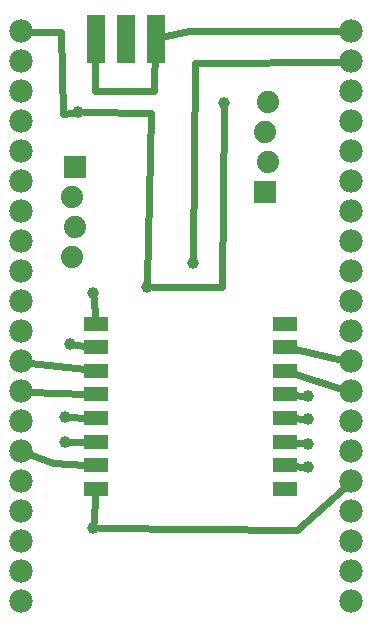
<source format=gtl>
G04 MADE WITH FRITZING*
G04 WWW.FRITZING.ORG*
G04 DOUBLE SIDED*
G04 HOLES PLATED*
G04 CONTOUR ON CENTER OF CONTOUR VECTOR*
%ASAXBY*%
%FSLAX23Y23*%
%MOIN*%
%OFA0B0*%
%SFA1.0B1.0*%
%ADD10C,0.039370*%
%ADD11C,0.078000*%
%ADD12C,0.074000*%
%ADD13R,0.060000X0.160000*%
%ADD14R,0.078740X0.051181*%
%ADD15C,0.024000*%
%ADD16R,0.001000X0.001000*%
%LNCOPPER1*%
G90*
G70*
G54D10*
X1030Y742D03*
X1030Y666D03*
X1030Y583D03*
X647Y1187D03*
X521Y1935D03*
X321Y1932D03*
X418Y1931D03*
G54D11*
X1172Y1958D03*
X1172Y1858D03*
X1172Y1758D03*
X1172Y1658D03*
X1172Y1558D03*
X1172Y1458D03*
X1172Y1358D03*
X1172Y1258D03*
X1172Y1158D03*
X1172Y1058D03*
X1172Y958D03*
X1172Y858D03*
X1172Y758D03*
X1172Y658D03*
X1172Y558D03*
X1172Y458D03*
X1172Y358D03*
X1172Y258D03*
X1172Y158D03*
X1172Y58D03*
X1172Y1958D03*
X1172Y1858D03*
X1172Y1758D03*
X1172Y1658D03*
X1172Y1558D03*
X1172Y1458D03*
X1172Y1358D03*
X1172Y1258D03*
X1172Y1158D03*
X1172Y1058D03*
X1172Y958D03*
X1172Y858D03*
X1172Y758D03*
X1172Y658D03*
X1172Y558D03*
X1172Y458D03*
X1172Y358D03*
X1172Y258D03*
X1172Y158D03*
X1172Y58D03*
X72Y1958D03*
X72Y1858D03*
X72Y1758D03*
X72Y1658D03*
X72Y1558D03*
X72Y1458D03*
X72Y1358D03*
X72Y1258D03*
X72Y1158D03*
X72Y1058D03*
X72Y958D03*
X72Y858D03*
X72Y758D03*
X72Y658D03*
X72Y558D03*
X72Y458D03*
X72Y358D03*
X72Y258D03*
X72Y158D03*
X72Y58D03*
X72Y1958D03*
X72Y1858D03*
X72Y1758D03*
X72Y1658D03*
X72Y1558D03*
X72Y1458D03*
X72Y1358D03*
X72Y1258D03*
X72Y1158D03*
X72Y1058D03*
X72Y958D03*
X72Y858D03*
X72Y758D03*
X72Y658D03*
X72Y558D03*
X72Y458D03*
X72Y358D03*
X72Y258D03*
X72Y158D03*
X72Y58D03*
G54D12*
X255Y1505D03*
X245Y1405D03*
X255Y1305D03*
X245Y1205D03*
X255Y1505D03*
X245Y1405D03*
X255Y1305D03*
X245Y1205D03*
G54D10*
X238Y915D03*
X315Y1087D03*
X219Y672D03*
X219Y589D03*
X315Y302D03*
X1030Y506D03*
G54D12*
X888Y1423D03*
X898Y1523D03*
X888Y1623D03*
X898Y1723D03*
X888Y1423D03*
X898Y1523D03*
X888Y1623D03*
X898Y1723D03*
G54D10*
X494Y1107D03*
X749Y1720D03*
X264Y1688D03*
G54D13*
X322Y1933D03*
X422Y1933D03*
X522Y1933D03*
X322Y1933D03*
X522Y1933D03*
G54D14*
X322Y984D03*
X322Y905D03*
X322Y826D03*
X322Y748D03*
X322Y669D03*
X322Y590D03*
X322Y511D03*
X322Y433D03*
X952Y433D03*
X952Y511D03*
X952Y590D03*
X952Y669D03*
X952Y748D03*
X952Y826D03*
X952Y905D03*
X952Y984D03*
G54D15*
X288Y749D02*
X102Y756D01*
D02*
X288Y831D02*
X102Y854D01*
D02*
X288Y513D02*
X181Y519D01*
D02*
X181Y519D02*
X100Y548D01*
D02*
X632Y1958D02*
X1142Y1958D01*
D02*
X540Y1939D02*
X632Y1958D01*
D02*
X506Y1687D02*
X494Y1126D01*
D02*
X283Y1688D02*
X506Y1687D01*
D02*
X206Y1956D02*
X212Y1681D01*
D02*
X102Y1957D02*
X206Y1956D01*
D02*
X212Y1681D02*
X245Y1685D01*
D02*
X321Y1758D02*
X517Y1758D01*
D02*
X517Y1758D02*
X521Y1916D01*
D02*
X321Y1913D02*
X321Y1758D01*
D02*
X288Y909D02*
X257Y913D01*
D02*
X316Y1068D02*
X320Y1004D01*
D02*
X288Y670D02*
X238Y672D01*
D02*
X288Y590D02*
X238Y589D01*
D02*
X986Y816D02*
X1143Y767D01*
D02*
X986Y898D02*
X1142Y864D01*
D02*
X316Y321D02*
X321Y413D01*
D02*
X334Y302D02*
X992Y295D01*
D02*
X986Y745D02*
X1011Y744D01*
D02*
X986Y668D02*
X1011Y667D01*
D02*
X986Y587D02*
X1011Y585D01*
D02*
X992Y295D02*
X1149Y437D01*
D02*
X1011Y507D02*
X986Y509D01*
D02*
X653Y1854D02*
X1142Y1857D01*
D02*
X647Y1206D02*
X653Y1854D01*
D02*
X749Y1701D02*
X743Y1107D01*
D02*
X743Y1107D02*
X513Y1107D01*
G54D16*
X218Y1543D02*
X291Y1543D01*
X218Y1542D02*
X291Y1542D01*
X218Y1541D02*
X291Y1541D01*
X218Y1540D02*
X291Y1540D01*
X218Y1539D02*
X291Y1539D01*
X218Y1538D02*
X291Y1538D01*
X218Y1537D02*
X291Y1537D01*
X218Y1536D02*
X291Y1536D01*
X218Y1535D02*
X291Y1535D01*
X218Y1534D02*
X291Y1534D01*
X218Y1533D02*
X291Y1533D01*
X218Y1532D02*
X291Y1532D01*
X218Y1531D02*
X291Y1531D01*
X218Y1530D02*
X291Y1530D01*
X218Y1529D02*
X291Y1529D01*
X218Y1528D02*
X291Y1528D01*
X218Y1527D02*
X291Y1527D01*
X218Y1526D02*
X249Y1526D01*
X259Y1526D02*
X291Y1526D01*
X218Y1525D02*
X246Y1525D01*
X262Y1525D02*
X291Y1525D01*
X218Y1524D02*
X244Y1524D01*
X264Y1524D02*
X291Y1524D01*
X218Y1523D02*
X242Y1523D01*
X266Y1523D02*
X291Y1523D01*
X218Y1522D02*
X241Y1522D01*
X267Y1522D02*
X291Y1522D01*
X218Y1521D02*
X240Y1521D01*
X268Y1521D02*
X291Y1521D01*
X218Y1520D02*
X239Y1520D01*
X269Y1520D02*
X291Y1520D01*
X218Y1519D02*
X238Y1519D01*
X270Y1519D02*
X291Y1519D01*
X218Y1518D02*
X237Y1518D01*
X271Y1518D02*
X291Y1518D01*
X218Y1517D02*
X237Y1517D01*
X272Y1517D02*
X291Y1517D01*
X218Y1516D02*
X236Y1516D01*
X272Y1516D02*
X291Y1516D01*
X218Y1515D02*
X236Y1515D01*
X273Y1515D02*
X291Y1515D01*
X218Y1514D02*
X235Y1514D01*
X273Y1514D02*
X291Y1514D01*
X218Y1513D02*
X235Y1513D01*
X274Y1513D02*
X291Y1513D01*
X218Y1512D02*
X235Y1512D01*
X274Y1512D02*
X291Y1512D01*
X218Y1511D02*
X234Y1511D01*
X274Y1511D02*
X291Y1511D01*
X218Y1510D02*
X234Y1510D01*
X274Y1510D02*
X291Y1510D01*
X218Y1509D02*
X234Y1509D01*
X274Y1509D02*
X291Y1509D01*
X218Y1508D02*
X234Y1508D01*
X275Y1508D02*
X291Y1508D01*
X218Y1507D02*
X234Y1507D01*
X275Y1507D02*
X291Y1507D01*
X218Y1506D02*
X234Y1506D01*
X275Y1506D02*
X291Y1506D01*
X218Y1505D02*
X234Y1505D01*
X275Y1505D02*
X291Y1505D01*
X218Y1504D02*
X234Y1504D01*
X274Y1504D02*
X291Y1504D01*
X218Y1503D02*
X234Y1503D01*
X274Y1503D02*
X291Y1503D01*
X218Y1502D02*
X234Y1502D01*
X274Y1502D02*
X291Y1502D01*
X218Y1501D02*
X235Y1501D01*
X274Y1501D02*
X291Y1501D01*
X218Y1500D02*
X235Y1500D01*
X273Y1500D02*
X291Y1500D01*
X218Y1499D02*
X235Y1499D01*
X273Y1499D02*
X291Y1499D01*
X218Y1498D02*
X236Y1498D01*
X273Y1498D02*
X291Y1498D01*
X218Y1497D02*
X236Y1497D01*
X272Y1497D02*
X291Y1497D01*
X218Y1496D02*
X237Y1496D01*
X272Y1496D02*
X291Y1496D01*
X218Y1495D02*
X237Y1495D01*
X271Y1495D02*
X291Y1495D01*
X218Y1494D02*
X238Y1494D01*
X270Y1494D02*
X291Y1494D01*
X218Y1493D02*
X239Y1493D01*
X269Y1493D02*
X291Y1493D01*
X218Y1492D02*
X240Y1492D01*
X268Y1492D02*
X291Y1492D01*
X218Y1491D02*
X241Y1491D01*
X267Y1491D02*
X291Y1491D01*
X218Y1490D02*
X242Y1490D01*
X266Y1490D02*
X291Y1490D01*
X218Y1489D02*
X244Y1489D01*
X264Y1489D02*
X291Y1489D01*
X218Y1488D02*
X246Y1488D01*
X262Y1488D02*
X291Y1488D01*
X218Y1487D02*
X250Y1487D01*
X259Y1487D02*
X291Y1487D01*
X218Y1486D02*
X291Y1486D01*
X218Y1485D02*
X291Y1485D01*
X218Y1484D02*
X291Y1484D01*
X218Y1483D02*
X291Y1483D01*
X218Y1482D02*
X291Y1482D01*
X218Y1481D02*
X291Y1481D01*
X218Y1480D02*
X291Y1480D01*
X218Y1479D02*
X291Y1479D01*
X218Y1478D02*
X291Y1478D01*
X218Y1477D02*
X291Y1477D01*
X218Y1476D02*
X291Y1476D01*
X218Y1475D02*
X291Y1475D01*
X218Y1474D02*
X291Y1474D01*
X218Y1473D02*
X291Y1473D01*
X218Y1472D02*
X291Y1472D01*
X218Y1471D02*
X291Y1471D01*
X218Y1470D02*
X291Y1470D01*
X851Y1460D02*
X924Y1460D01*
X851Y1459D02*
X924Y1459D01*
X851Y1458D02*
X924Y1458D01*
X851Y1457D02*
X924Y1457D01*
X851Y1456D02*
X924Y1456D01*
X851Y1455D02*
X924Y1455D01*
X851Y1454D02*
X924Y1454D01*
X851Y1453D02*
X924Y1453D01*
X851Y1452D02*
X924Y1452D01*
X851Y1451D02*
X924Y1451D01*
X851Y1450D02*
X924Y1450D01*
X851Y1449D02*
X924Y1449D01*
X851Y1448D02*
X924Y1448D01*
X851Y1447D02*
X924Y1447D01*
X851Y1446D02*
X924Y1446D01*
X851Y1445D02*
X924Y1445D01*
X851Y1444D02*
X924Y1444D01*
X851Y1443D02*
X881Y1443D01*
X894Y1443D02*
X924Y1443D01*
X851Y1442D02*
X879Y1442D01*
X897Y1442D02*
X924Y1442D01*
X851Y1441D02*
X877Y1441D01*
X899Y1441D02*
X924Y1441D01*
X851Y1440D02*
X875Y1440D01*
X900Y1440D02*
X924Y1440D01*
X851Y1439D02*
X874Y1439D01*
X901Y1439D02*
X924Y1439D01*
X851Y1438D02*
X873Y1438D01*
X902Y1438D02*
X924Y1438D01*
X851Y1437D02*
X872Y1437D01*
X903Y1437D02*
X924Y1437D01*
X851Y1436D02*
X871Y1436D01*
X904Y1436D02*
X924Y1436D01*
X851Y1435D02*
X870Y1435D01*
X905Y1435D02*
X924Y1435D01*
X851Y1434D02*
X870Y1434D01*
X905Y1434D02*
X924Y1434D01*
X851Y1433D02*
X869Y1433D01*
X906Y1433D02*
X924Y1433D01*
X851Y1432D02*
X869Y1432D01*
X906Y1432D02*
X924Y1432D01*
X851Y1431D02*
X868Y1431D01*
X907Y1431D02*
X924Y1431D01*
X851Y1430D02*
X868Y1430D01*
X907Y1430D02*
X924Y1430D01*
X851Y1429D02*
X868Y1429D01*
X907Y1429D02*
X924Y1429D01*
X851Y1428D02*
X868Y1428D01*
X908Y1428D02*
X924Y1428D01*
X851Y1427D02*
X867Y1427D01*
X908Y1427D02*
X924Y1427D01*
X851Y1426D02*
X867Y1426D01*
X908Y1426D02*
X924Y1426D01*
X851Y1425D02*
X867Y1425D01*
X908Y1425D02*
X924Y1425D01*
X851Y1424D02*
X867Y1424D01*
X908Y1424D02*
X924Y1424D01*
X851Y1423D02*
X867Y1423D01*
X908Y1423D02*
X924Y1423D01*
X851Y1422D02*
X867Y1422D01*
X908Y1422D02*
X924Y1422D01*
X851Y1421D02*
X867Y1421D01*
X908Y1421D02*
X924Y1421D01*
X851Y1420D02*
X868Y1420D01*
X908Y1420D02*
X924Y1420D01*
X851Y1419D02*
X868Y1419D01*
X907Y1419D02*
X924Y1419D01*
X851Y1418D02*
X868Y1418D01*
X907Y1418D02*
X924Y1418D01*
X851Y1417D02*
X868Y1417D01*
X907Y1417D02*
X924Y1417D01*
X851Y1416D02*
X869Y1416D01*
X906Y1416D02*
X924Y1416D01*
X851Y1415D02*
X869Y1415D01*
X906Y1415D02*
X924Y1415D01*
X851Y1414D02*
X870Y1414D01*
X905Y1414D02*
X924Y1414D01*
X851Y1413D02*
X870Y1413D01*
X905Y1413D02*
X924Y1413D01*
X851Y1412D02*
X871Y1412D01*
X904Y1412D02*
X924Y1412D01*
X851Y1411D02*
X872Y1411D01*
X903Y1411D02*
X924Y1411D01*
X851Y1410D02*
X873Y1410D01*
X902Y1410D02*
X924Y1410D01*
X851Y1409D02*
X874Y1409D01*
X901Y1409D02*
X924Y1409D01*
X851Y1408D02*
X875Y1408D01*
X900Y1408D02*
X924Y1408D01*
X851Y1407D02*
X877Y1407D01*
X899Y1407D02*
X924Y1407D01*
X851Y1406D02*
X879Y1406D01*
X897Y1406D02*
X924Y1406D01*
X851Y1405D02*
X881Y1405D01*
X894Y1405D02*
X924Y1405D01*
X851Y1404D02*
X924Y1404D01*
X851Y1403D02*
X924Y1403D01*
X851Y1402D02*
X924Y1402D01*
X851Y1401D02*
X924Y1401D01*
X851Y1400D02*
X924Y1400D01*
X851Y1399D02*
X924Y1399D01*
X851Y1398D02*
X924Y1398D01*
X851Y1397D02*
X924Y1397D01*
X851Y1396D02*
X924Y1396D01*
X851Y1395D02*
X924Y1395D01*
X851Y1394D02*
X924Y1394D01*
X851Y1393D02*
X924Y1393D01*
X851Y1392D02*
X924Y1392D01*
X851Y1391D02*
X924Y1391D01*
X851Y1390D02*
X924Y1390D01*
X851Y1389D02*
X924Y1389D01*
X851Y1388D02*
X924Y1388D01*
X852Y1387D02*
X924Y1387D01*
D02*
G04 End of Copper1*
M02*
</source>
